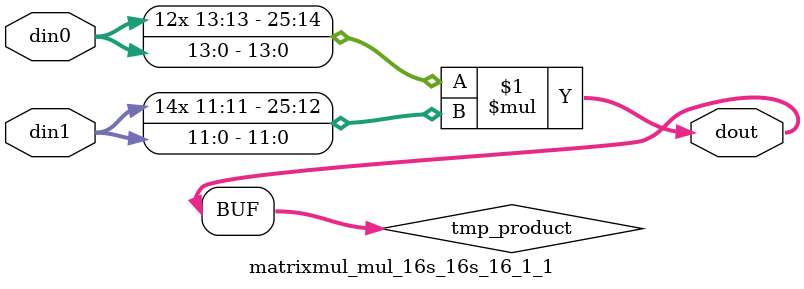
<source format=v>

`timescale 1 ns / 1 ps

 module matrixmul_mul_16s_16s_16_1_1(din0, din1, dout);
parameter ID = 1;
parameter NUM_STAGE = 0;
parameter din0_WIDTH = 14;
parameter din1_WIDTH = 12;
parameter dout_WIDTH = 26;

input [din0_WIDTH - 1 : 0] din0; 
input [din1_WIDTH - 1 : 0] din1; 
output [dout_WIDTH - 1 : 0] dout;

wire signed [dout_WIDTH - 1 : 0] tmp_product;



























assign tmp_product = $signed(din0) * $signed(din1);








assign dout = tmp_product;





















endmodule

</source>
